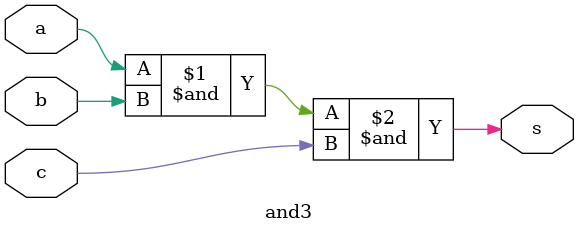
<source format=v>

module and3(
  input a, b, c,
  output s);
  // atribuição contínua usando o operador &
  assign s = a & b & c;
  // alternativa em Verilog Estrutural (instanciando a primitiva básica)
  // and (s, a, b, c);
endmodule

</source>
